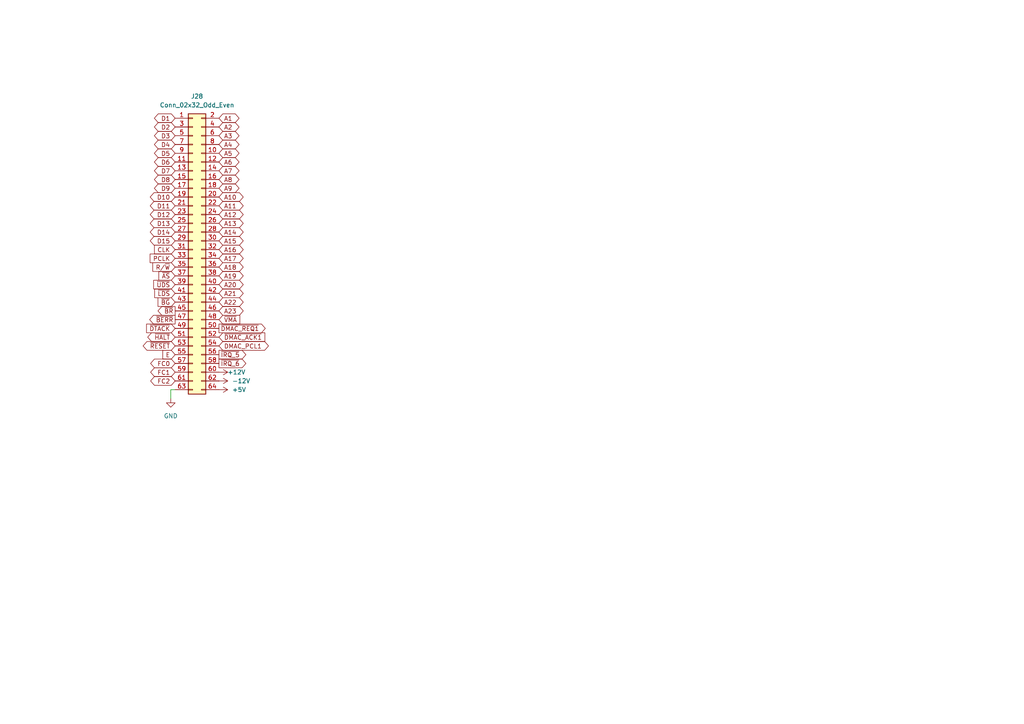
<source format=kicad_sch>
(kicad_sch (version 20250114) (generator "eeschema") (generator_version "9.0")
  (paper "A4")
  (lib_symbols
    (symbol "Connector_Generic:Conn_02x32_Odd_Even" (pin_names (offset 1.016) (hide yes))
      (property "Reference" "J" (at 1.27 40.64 0))
      (property "Value" "Conn_02x32_Odd_Even" (at 1.27 -43.18 0))
      (symbol "Conn_02x32_Odd_Even_1_1"
        (rectangle (start -1.27 39.37) (end 3.81 -41.91) (stroke (width 0.254)) (fill (type background)))
        (rectangle (start -1.27 38.227) (end 0 37.973) (stroke (width 0.1524)))
        (rectangle (start -1.27 35.687) (end 0 35.433) (stroke (width 0.1524)))
        (rectangle (start -1.27 33.147) (end 0 32.893) (stroke (width 0.1524)))
        (rectangle (start -1.27 30.607) (end 0 30.353) (stroke (width 0.1524)))
        (rectangle (start -1.27 28.067) (end 0 27.813) (stroke (width 0.1524)))
        (rectangle (start -1.27 25.527) (end 0 25.273) (stroke (width 0.1524)))
        (rectangle (start -1.27 22.987) (end 0 22.733) (stroke (width 0.1524)))
        (rectangle (start -1.27 20.447) (end 0 20.193) (stroke (width 0.1524)))
        (rectangle (start -1.27 17.907) (end 0 17.653) (stroke (width 0.1524)))
        (rectangle (start -1.27 15.367) (end 0 15.113) (stroke (width 0.1524)))
        (rectangle (start -1.27 12.827) (end 0 12.573) (stroke (width 0.1524)))
        (rectangle (start -1.27 10.287) (end 0 10.033) (stroke (width 0.1524)))
        (rectangle (start -1.27 7.747) (end 0 7.493) (stroke (width 0.1524)))
        (rectangle (start -1.27 5.207) (end 0 4.953) (stroke (width 0.1524)))
        (rectangle (start -1.27 2.667) (end 0 2.413) (stroke (width 0.1524)))
        (rectangle (start -1.27 0.127) (end 0 -0.127) (stroke (width 0.1524)))
        (rectangle (start -1.27 -2.413) (end 0 -2.667) (stroke (width 0.1524)))
        (rectangle (start -1.27 -4.953) (end 0 -5.207) (stroke (width 0.1524)))
        (rectangle (start -1.27 -7.493) (end 0 -7.747) (stroke (width 0.1524)))
        (rectangle (start -1.27 -10.033) (end 0 -10.287) (stroke (width 0.1524)))
        (rectangle (start -1.27 -12.573) (end 0 -12.827) (stroke (width 0.1524)))
        (rectangle (start -1.27 -15.113) (end 0 -15.367) (stroke (width 0.1524)))
        (rectangle (start -1.27 -17.653) (end 0 -17.907) (stroke (width 0.1524)))
        (rectangle (start -1.27 -20.193) (end 0 -20.447) (stroke (width 0.1524)))
        (rectangle (start -1.27 -22.733) (end 0 -22.987) (stroke (width 0.1524)))
        (rectangle (start -1.27 -25.273) (end 0 -25.527) (stroke (width 0.1524)))
        (rectangle (start -1.27 -27.813) (end 0 -28.067) (stroke (width 0.1524)))
        (rectangle (start -1.27 -30.353) (end 0 -30.607) (stroke (width 0.1524)))
        (rectangle (start -1.27 -32.893) (end 0 -33.147) (stroke (width 0.1524)))
        (rectangle (start -1.27 -35.433) (end 0 -35.687) (stroke (width 0.1524)))
        (rectangle (start -1.27 -37.973) (end 0 -38.227) (stroke (width 0.1524)))
        (rectangle (start -1.27 -40.513) (end 0 -40.767) (stroke (width 0.1524)))
        (rectangle (start 3.81 38.227) (end 2.54 37.973) (stroke (width 0.1524)))
        (rectangle (start 3.81 35.687) (end 2.54 35.433) (stroke (width 0.1524)))
        (rectangle (start 3.81 33.147) (end 2.54 32.893) (stroke (width 0.1524)))
        (rectangle (start 3.81 30.607) (end 2.54 30.353) (stroke (width 0.1524)))
        (rectangle (start 3.81 28.067) (end 2.54 27.813) (stroke (width 0.1524)))
        (rectangle (start 3.81 25.527) (end 2.54 25.273) (stroke (width 0.1524)))
        (rectangle (start 3.81 22.987) (end 2.54 22.733) (stroke (width 0.1524)))
        (rectangle (start 3.81 20.447) (end 2.54 20.193) (stroke (width 0.1524)))
        (rectangle (start 3.81 17.907) (end 2.54 17.653) (stroke (width 0.1524)))
        (rectangle (start 3.81 15.367) (end 2.54 15.113) (stroke (width 0.1524)))
        (rectangle (start 3.81 12.827) (end 2.54 12.573) (stroke (width 0.1524)))
        (rectangle (start 3.81 10.287) (end 2.54 10.033) (stroke (width 0.1524)))
        (rectangle (start 3.81 7.747) (end 2.54 7.493) (stroke (width 0.1524)))
        (rectangle (start 3.81 5.207) (end 2.54 4.953) (stroke (width 0.1524)))
        (rectangle (start 3.81 2.667) (end 2.54 2.413) (stroke (width 0.1524)))
        (rectangle (start 3.81 0.127) (end 2.54 -0.127) (stroke (width 0.1524)))
        (rectangle (start 3.81 -2.413) (end 2.54 -2.667) (stroke (width 0.1524)))
        (rectangle (start 3.81 -4.953) (end 2.54 -5.207) (stroke (width 0.1524)))
        (rectangle (start 3.81 -7.493) (end 2.54 -7.747) (stroke (width 0.1524)))
        (rectangle (start 3.81 -10.033) (end 2.54 -10.287) (stroke (width 0.1524)))
        (rectangle (start 3.81 -12.573) (end 2.54 -12.827) (stroke (width 0.1524)))
        (rectangle (start 3.81 -15.113) (end 2.54 -15.367) (stroke (width 0.1524)))
        (rectangle (start 3.81 -17.653) (end 2.54 -17.907) (stroke (width 0.1524)))
        (rectangle (start 3.81 -20.193) (end 2.54 -20.447) (stroke (width 0.1524)))
        (rectangle (start 3.81 -22.733) (end 2.54 -22.987) (stroke (width 0.1524)))
        (rectangle (start 3.81 -25.273) (end 2.54 -25.527) (stroke (width 0.1524)))
        (rectangle (start 3.81 -27.813) (end 2.54 -28.067) (stroke (width 0.1524)))
        (rectangle (start 3.81 -30.353) (end 2.54 -30.607) (stroke (width 0.1524)))
        (rectangle (start 3.81 -32.893) (end 2.54 -33.147) (stroke (width 0.1524)))
        (rectangle (start 3.81 -35.433) (end 2.54 -35.687) (stroke (width 0.1524)))
        (rectangle (start 3.81 -37.973) (end 2.54 -38.227) (stroke (width 0.1524)))
        (rectangle (start 3.81 -40.513) (end 2.54 -40.767) (stroke (width 0.1524)))
        (pin passive line (at -5.08 38.1 0) (length 3.81) (name "Pin_1") (number "1"))
        (pin passive line (at -5.08 35.56 0) (length 3.81) (name "Pin_3") (number "3"))
        (pin passive line (at -5.08 33.02 0) (length 3.81) (name "Pin_5") (number "5"))
        (pin passive line (at -5.08 30.48 0) (length 3.81) (name "Pin_7") (number "7"))
        (pin passive line (at -5.08 27.94 0) (length 3.81) (name "Pin_9") (number "9"))
        (pin passive line (at -5.08 25.4 0) (length 3.81) (name "Pin_11") (number "11"))
        (pin passive line (at -5.08 22.86 0) (length 3.81) (name "Pin_13") (number "13"))
        (pin passive line (at -5.08 20.32 0) (length 3.81) (name "Pin_15") (number "15"))
        (pin passive line (at -5.08 17.78 0) (length 3.81) (name "Pin_17") (number "17"))
        (pin passive line (at -5.08 15.24 0) (length 3.81) (name "Pin_19") (number "19"))
        (pin passive line (at -5.08 12.7 0) (length 3.81) (name "Pin_21") (number "21"))
        (pin passive line (at -5.08 10.16 0) (length 3.81) (name "Pin_23") (number "23"))
        (pin passive line (at -5.08 7.62 0) (length 3.81) (name "Pin_25") (number "25"))
        (pin passive line (at -5.08 5.08 0) (length 3.81) (name "Pin_27") (number "27"))
        (pin passive line (at -5.08 2.54 0) (length 3.81) (name "Pin_29") (number "29"))
        (pin passive line (at -5.08 0 0) (length 3.81) (name "Pin_31") (number "31"))
        (pin passive line (at -5.08 -2.54 0) (length 3.81) (name "Pin_33") (number "33"))
        (pin passive line (at -5.08 -5.08 0) (length 3.81) (name "Pin_35") (number "35"))
        (pin passive line (at -5.08 -7.62 0) (length 3.81) (name "Pin_37") (number "37"))
        (pin passive line (at -5.08 -10.16 0) (length 3.81) (name "Pin_39") (number "39"))
        (pin passive line (at -5.08 -12.7 0) (length 3.81) (name "Pin_41") (number "41"))
        (pin passive line (at -5.08 -15.24 0) (length 3.81) (name "Pin_43") (number "43"))
        (pin passive line (at -5.08 -17.78 0) (length 3.81) (name "Pin_45") (number "45"))
        (pin passive line (at -5.08 -20.32 0) (length 3.81) (name "Pin_47") (number "47"))
        (pin passive line (at -5.08 -22.86 0) (length 3.81) (name "Pin_49") (number "49"))
        (pin passive line (at -5.08 -25.4 0) (length 3.81) (name "Pin_51") (number "51"))
        (pin passive line (at -5.08 -27.94 0) (length 3.81) (name "Pin_53") (number "53"))
        (pin passive line (at -5.08 -30.48 0) (length 3.81) (name "Pin_55") (number "55"))
        (pin passive line (at -5.08 -33.02 0) (length 3.81) (name "Pin_57") (number "57"))
        (pin passive line (at -5.08 -35.56 0) (length 3.81) (name "Pin_59") (number "59"))
        (pin passive line (at -5.08 -38.1 0) (length 3.81) (name "Pin_61") (number "61"))
        (pin passive line (at -5.08 -40.64 0) (length 3.81) (name "Pin_63") (number "63"))
        (pin passive line (at 7.62 38.1 180) (length 3.81) (name "Pin_2") (number "2"))
        (pin passive line (at 7.62 35.56 180) (length 3.81) (name "Pin_4") (number "4"))
        (pin passive line (at 7.62 33.02 180) (length 3.81) (name "Pin_6") (number "6"))
        (pin passive line (at 7.62 30.48 180) (length 3.81) (name "Pin_8") (number "8"))
        (pin passive line (at 7.62 27.94 180) (length 3.81) (name "Pin_10") (number "10"))
        (pin passive line (at 7.62 25.4 180) (length 3.81) (name "Pin_12") (number "12"))
        (pin passive line (at 7.62 22.86 180) (length 3.81) (name "Pin_14") (number "14"))
        (pin passive line (at 7.62 20.32 180) (length 3.81) (name "Pin_16") (number "16"))
        (pin passive line (at 7.62 17.78 180) (length 3.81) (name "Pin_18") (number "18"))
        (pin passive line (at 7.62 15.24 180) (length 3.81) (name "Pin_20") (number "20"))
        (pin passive line (at 7.62 12.7 180) (length 3.81) (name "Pin_22") (number "22"))
        (pin passive line (at 7.62 10.16 180) (length 3.81) (name "Pin_24") (number "24"))
        (pin passive line (at 7.62 7.62 180) (length 3.81) (name "Pin_26") (number "26"))
        (pin passive line (at 7.62 5.08 180) (length 3.81) (name "Pin_28") (number "28"))
        (pin passive line (at 7.62 2.54 180) (length 3.81) (name "Pin_30") (number "30"))
        (pin passive line (at 7.62 0 180) (length 3.81) (name "Pin_32") (number "32"))
        (pin passive line (at 7.62 -2.54 180) (length 3.81) (name "Pin_34") (number "34"))
        (pin passive line (at 7.62 -5.08 180) (length 3.81) (name "Pin_36") (number "36"))
        (pin passive line (at 7.62 -7.62 180) (length 3.81) (name "Pin_38") (number "38"))
        (pin passive line (at 7.62 -10.16 180) (length 3.81) (name "Pin_40") (number "40"))
        (pin passive line (at 7.62 -12.7 180) (length 3.81) (name "Pin_42") (number "42"))
        (pin passive line (at 7.62 -15.24 180) (length 3.81) (name "Pin_44") (number "44"))
        (pin passive line (at 7.62 -17.78 180) (length 3.81) (name "Pin_46") (number "46"))
        (pin passive line (at 7.62 -20.32 180) (length 3.81) (name "Pin_48") (number "48"))
        (pin passive line (at 7.62 -22.86 180) (length 3.81) (name "Pin_50") (number "50"))
        (pin passive line (at 7.62 -25.4 180) (length 3.81) (name "Pin_52") (number "52"))
        (pin passive line (at 7.62 -27.94 180) (length 3.81) (name "Pin_54") (number "54"))
        (pin passive line (at 7.62 -30.48 180) (length 3.81) (name "Pin_56") (number "56"))
        (pin passive line (at 7.62 -33.02 180) (length 3.81) (name "Pin_58") (number "58"))
        (pin passive line (at 7.62 -35.56 180) (length 3.81) (name "Pin_60") (number "60"))
        (pin passive line (at 7.62 -38.1 180) (length 3.81) (name "Pin_62") (number "62"))
        (pin passive line (at 7.62 -40.64 180) (length 3.81) (name "Pin_64") (number "64"))
      )
    )
    (symbol "power:+12V" (power) (pin_numbers (hide yes)) (pin_names (offset 0) (hide yes))
      (property "Value" "+12V" (at 0 3.556 0))
      (symbol "+12V_0_1"
        (polyline (pts (xy -0.762 1.27) (xy 0 2.54)))
        (polyline (pts (xy 0 2.54) (xy 0.762 1.27)))
        (polyline (pts (xy 0 0) (xy 0 2.54)))
      )
      (symbol "+12V_1_1"
        (pin power_in line (at 0 0 90) (length 0) (name "~") (number "1"))
      )
    )
    (symbol "power:+5V" (power) (pin_numbers (hide yes)) (pin_names (offset 0) (hide yes))
      (property "Value" "+5V" (at 0 3.556 0))
      (symbol "+5V_0_1"
        (polyline (pts (xy -0.762 1.27) (xy 0 2.54)))
        (polyline (pts (xy 0 2.54) (xy 0.762 1.27)))
        (polyline (pts (xy 0 0) (xy 0 2.54)))
      )
      (symbol "+5V_1_1"
        (pin power_in line (at 0 0 90) (length 0) (name "~") (number "1"))
      )
    )
    (symbol "power:GND" (power) (pin_numbers (hide yes)) (pin_names (offset 0) (hide yes))
      (property "Value" "GND" (at 0 -3.81 0))
      (symbol "GND_0_1"
        (polyline (pts (xy 0 0) (xy 0 -1.27) (xy 1.27 -1.27) (xy 0 -2.54) (xy -1.27 -1.27) (xy 0 -1.27)))
      )
      (symbol "GND_1_1"
        (pin power_in line (at 0 0 270) (length 0) (name "~") (number "1"))
      )
    )
  )
  (wire (pts (xy 50.8 113.03) (xy 49.53 113.03)))
  (wire (pts (xy 49.53 113.03) (xy 49.53 115.57)))
  (global_label "A8" (shape bidirectional) (at 63.5 52.07 0) (property "Intersheetrefs" "${INTERSHEET_REFS}" (effects (hide yes))))
  (global_label "A6" (shape bidirectional) (at 63.5 46.99 0) (property "Intersheetrefs" "${INTERSHEET_REFS}" (effects (hide yes))))
  (global_label "~{IRQ_6}" (shape output) (at 63.5 105.41 0) (property "Intersheetrefs" "${INTERSHEET_REFS}" (effects (hide yes))))
  (global_label "~{BG}" (shape input) (at 50.8 87.63 180) (property "Intersheetrefs" "${INTERSHEET_REFS}" (effects (hide yes))))
  (global_label "~{VMA}" (shape input) (at 63.5 92.71 0) (property "Intersheetrefs" "${INTERSHEET_REFS}" (effects (hide yes))))
  (global_label "~{RESET}" (shape bidirectional) (at 50.8 100.33 180) (property "Intersheetrefs" "${INTERSHEET_REFS}" (effects (hide yes))))
  (global_label "FC1" (shape bidirectional) (at 50.8 107.95 180) (property "Intersheetrefs" "${INTERSHEET_REFS}" (effects (hide yes))))
  (global_label "A13" (shape bidirectional) (at 63.5 64.77 0) (property "Intersheetrefs" "${INTERSHEET_REFS}" (effects (hide yes))))
  (global_label "~{BERR}" (shape output) (at 50.8 92.71 180) (property "Intersheetrefs" "${INTERSHEET_REFS}" (effects (hide yes))))
  (global_label "A1" (shape bidirectional) (at 63.5 34.29 0) (property "Intersheetrefs" "${INTERSHEET_REFS}" (effects (hide yes))))
  (global_label "~{BR}" (shape output) (at 50.8 90.17 180) (property "Intersheetrefs" "${INTERSHEET_REFS}" (effects (hide yes))))
  (global_label "A4" (shape bidirectional) (at 63.5 41.91 0) (property "Intersheetrefs" "${INTERSHEET_REFS}" (effects (hide yes))))
  (global_label "A12" (shape bidirectional) (at 63.5 62.23 0) (property "Intersheetrefs" "${INTERSHEET_REFS}" (effects (hide yes))))
  (global_label "D14" (shape bidirectional) (at 50.8 67.31 180) (property "Intersheetrefs" "${INTERSHEET_REFS}" (effects (hide yes))))
  (global_label "~{AS}" (shape input) (at 50.8 80.01 180) (property "Intersheetrefs" "${INTERSHEET_REFS}" (effects (hide yes))))
  (global_label "A10" (shape bidirectional) (at 63.5 57.15 0) (property "Intersheetrefs" "${INTERSHEET_REFS}" (effects (hide yes))))
  (global_label "A20" (shape bidirectional) (at 63.5 82.55 0) (property "Intersheetrefs" "${INTERSHEET_REFS}" (effects (hide yes))))
  (global_label "D4" (shape bidirectional) (at 50.8 41.91 180) (property "Intersheetrefs" "${INTERSHEET_REFS}" (effects (hide yes))))
  (global_label "~{DMAC_REQ1}" (shape output) (at 63.5 95.25 0) (property "Intersheetrefs" "${INTERSHEET_REFS}" (effects (hide yes))))
  (global_label "D7" (shape bidirectional) (at 50.8 49.53 180) (property "Intersheetrefs" "${INTERSHEET_REFS}" (effects (hide yes))))
  (global_label "D10" (shape bidirectional) (at 50.8 57.15 180) (property "Intersheetrefs" "${INTERSHEET_REFS}" (effects (hide yes))))
  (global_label "PCLK" (shape input) (at 50.8 74.93 180) (property "Intersheetrefs" "${INTERSHEET_REFS}" (effects (hide yes))))
  (global_label "D1" (shape bidirectional) (at 50.8 34.29 180) (property "Intersheetrefs" "${INTERSHEET_REFS}" (effects (hide yes))))
  (global_label "FC2" (shape bidirectional) (at 50.8 110.49 180) (property "Intersheetrefs" "${INTERSHEET_REFS}" (effects (hide yes))))
  (global_label "A16" (shape bidirectional) (at 63.5 72.39 0) (property "Intersheetrefs" "${INTERSHEET_REFS}" (effects (hide yes))))
  (global_label "D3" (shape bidirectional) (at 50.8 39.37 180) (property "Intersheetrefs" "${INTERSHEET_REFS}" (effects (hide yes))))
  (global_label "DMAC_PCL1" (shape bidirectional) (at 63.5 100.33 0) (property "Intersheetrefs" "${INTERSHEET_REFS}" (effects (hide yes))))
  (global_label "~{DTACK}" (shape input) (at 50.8 95.25 180) (property "Intersheetrefs" "${INTERSHEET_REFS}" (effects (hide yes))))
  (global_label "A14" (shape bidirectional) (at 63.5 67.31 0) (property "Intersheetrefs" "${INTERSHEET_REFS}" (effects (hide yes))))
  (global_label "~{IRQ_5}" (shape output) (at 63.5 102.87 0) (property "Intersheetrefs" "${INTERSHEET_REFS}" (effects (hide yes))))
  (global_label "A17" (shape bidirectional) (at 63.5 74.93 0) (property "Intersheetrefs" "${INTERSHEET_REFS}" (effects (hide yes))))
  (global_label "A23" (shape bidirectional) (at 63.5 90.17 0) (property "Intersheetrefs" "${INTERSHEET_REFS}" (effects (hide yes))))
  (global_label "A2" (shape bidirectional) (at 63.5 36.83 0) (property "Intersheetrefs" "${INTERSHEET_REFS}" (effects (hide yes))))
  (global_label "~{HALT}" (shape bidirectional) (at 50.8 97.79 180) (property "Intersheetrefs" "${INTERSHEET_REFS}" (effects (hide yes))))
  (global_label "A11" (shape bidirectional) (at 63.5 59.69 0) (property "Intersheetrefs" "${INTERSHEET_REFS}" (effects (hide yes))))
  (global_label "CLK" (shape input) (at 50.8 72.39 180) (property "Intersheetrefs" "${INTERSHEET_REFS}" (effects (hide yes))))
  (global_label "A9" (shape bidirectional) (at 63.5 54.61 0) (property "Intersheetrefs" "${INTERSHEET_REFS}" (effects (hide yes))))
  (global_label "D11" (shape bidirectional) (at 50.8 59.69 180) (property "Intersheetrefs" "${INTERSHEET_REFS}" (effects (hide yes))))
  (global_label "D12" (shape bidirectional) (at 50.8 62.23 180) (property "Intersheetrefs" "${INTERSHEET_REFS}" (effects (hide yes))))
  (global_label "FC0" (shape bidirectional) (at 50.8 105.41 180) (property "Intersheetrefs" "${INTERSHEET_REFS}" (effects (hide yes))))
  (global_label "A21" (shape bidirectional) (at 63.5 85.09 0) (property "Intersheetrefs" "${INTERSHEET_REFS}" (effects (hide yes))))
  (global_label "D5" (shape bidirectional) (at 50.8 44.45 180) (property "Intersheetrefs" "${INTERSHEET_REFS}" (effects (hide yes))))
  (global_label "~{DMAC_ACK1}" (shape input) (at 63.5 97.79 0) (property "Intersheetrefs" "${INTERSHEET_REFS}" (effects (hide yes))))
  (global_label "D8" (shape bidirectional) (at 50.8 52.07 180) (property "Intersheetrefs" "${INTERSHEET_REFS}" (effects (hide yes))))
  (global_label "A7" (shape bidirectional) (at 63.5 49.53 0) (property "Intersheetrefs" "${INTERSHEET_REFS}" (effects (hide yes))))
  (global_label "A19" (shape bidirectional) (at 63.5 80.01 0) (property "Intersheetrefs" "${INTERSHEET_REFS}" (effects (hide yes))))
  (global_label "A22" (shape bidirectional) (at 63.5 87.63 0) (property "Intersheetrefs" "${INTERSHEET_REFS}" (effects (hide yes))))
  (global_label "D6" (shape bidirectional) (at 50.8 46.99 180) (property "Intersheetrefs" "${INTERSHEET_REFS}" (effects (hide yes))))
  (global_label "A18" (shape bidirectional) (at 63.5 77.47 0) (property "Intersheetrefs" "${INTERSHEET_REFS}" (effects (hide yes))))
  (global_label "D9" (shape bidirectional) (at 50.8 54.61 180) (property "Intersheetrefs" "${INTERSHEET_REFS}" (effects (hide yes))))
  (global_label "D15" (shape bidirectional) (at 50.8 69.85 180) (property "Intersheetrefs" "${INTERSHEET_REFS}" (effects (hide yes))))
  (global_label "A3" (shape bidirectional) (at 63.5 39.37 0) (property "Intersheetrefs" "${INTERSHEET_REFS}" (effects (hide yes))))
  (global_label "A15" (shape bidirectional) (at 63.5 69.85 0) (property "Intersheetrefs" "${INTERSHEET_REFS}" (effects (hide yes))))
  (global_label "D2" (shape bidirectional) (at 50.8 36.83 180) (property "Intersheetrefs" "${INTERSHEET_REFS}" (effects (hide yes))))
  (global_label "D13" (shape bidirectional) (at 50.8 64.77 180) (property "Intersheetrefs" "${INTERSHEET_REFS}" (effects (hide yes))))
  (global_label "R{slash}~{W}" (shape input) (at 50.8 77.47 180) (property "Intersheetrefs" "${INTERSHEET_REFS}" (effects (hide yes))))
  (global_label "~{LDS}" (shape input) (at 50.8 85.09 180) (property "Intersheetrefs" "${INTERSHEET_REFS}" (effects (hide yes))))
  (global_label "E" (shape input) (at 50.8 102.87 180) (property "Intersheetrefs" "${INTERSHEET_REFS}" (effects (hide yes))))
  (global_label "~{UDS}" (shape input) (at 50.8 82.55 180) (property "Intersheetrefs" "${INTERSHEET_REFS}" (effects (hide yes))))
  (global_label "A5" (shape bidirectional) (at 63.5 44.45 0) (property "Intersheetrefs" "${INTERSHEET_REFS}" (effects (hide yes))))
  (symbol (lib_id "power:+5V") (at 63.5 113.03 270) (unit 1)
    (property "Reference" "#PWR0163" (effects (hide yes)))
    (property "Value" "+5V" (at 67.31 113.0299 90) (effects (justify left)))
    (property "Description" "Power symbol creates a global label with name \"+5V\"" (effects (hide yes)))
  )
  (symbol (lib_id "Connector_Generic:Conn_02x32_Odd_Even") (at 55.88 72.39 0) (unit 1)
    (property "Reference" "J28" (at 57.15 27.94 0))
    (property "Value" "Conn_02x32_Odd_Even" (at 57.15 30.48 0))
    (property "Footprint" "Connector_PinSocket_2.54mm:PinSocket_2x32_P2.54mm_Horizontal" (effects (hide yes)))
    (property "Description" "Generic connector, double row, 02x32, odd/even pin numbering scheme (row 1 odd numbers, row 2 even numbers), script generated (kicad-library-utils/schlib/autogen/connector/)" (effects (hide yes)))
  )
  (symbol (lib_id "power:+12V") (at 63.5 110.49 270) (unit 1)
    (property "Reference" "#PWR0170" (effects (hide yes)))
    (property "Value" "-12V" (at 67.31 110.4899 90) (effects (justify left)))
    (property "Description" "Power symbol creates a global label with name \"+12V\"" (effects (hide yes)))
  )
  (symbol (lib_id "power:+12V") (at 63.5 107.95 270) (unit 1)
    (property "Reference" "#PWR0164" (effects (hide yes)))
    (property "Value" "+12V" (at 68.58 107.95 90))
    (property "Description" "Power symbol creates a global label with name \"+12V\"" (effects (hide yes)))
  )
  (symbol (lib_id "power:GND") (at 49.53 115.57 0) (unit 1)
    (property "Reference" "#PWR0165" (effects (hide yes)))
    (property "Value" "GND" (at 49.53 120.65 0))
    (property "Description" "Power symbol creates a global label with name \"GND\" , ground" (effects (hide yes)))
  )
)
</source>
